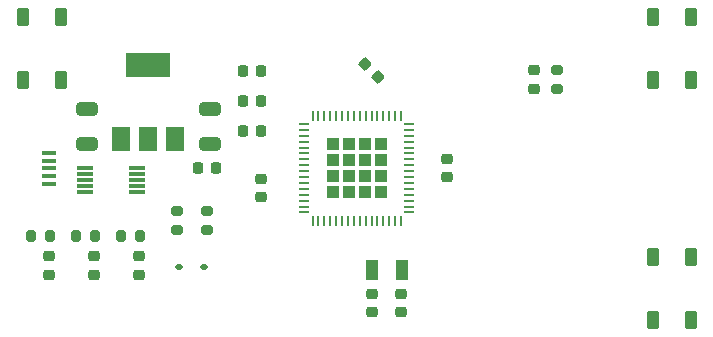
<source format=gbr>
%TF.GenerationSoftware,KiCad,Pcbnew,(7.0.0-rc1-156-g4c5a344629-dirty)*%
%TF.CreationDate,2023-03-04T11:45:47-08:00*%
%TF.ProjectId,powerpic-devboard,706f7765-7270-4696-932d-646576626f61,2.0*%
%TF.SameCoordinates,Original*%
%TF.FileFunction,Paste,Top*%
%TF.FilePolarity,Positive*%
%FSLAX46Y46*%
G04 Gerber Fmt 4.6, Leading zero omitted, Abs format (unit mm)*
G04 Created by KiCad (PCBNEW (7.0.0-rc1-156-g4c5a344629-dirty)) date 2023-03-04 11:45:47*
%MOMM*%
%LPD*%
G01*
G04 APERTURE LIST*
G04 Aperture macros list*
%AMRoundRect*
0 Rectangle with rounded corners*
0 $1 Rounding radius*
0 $2 $3 $4 $5 $6 $7 $8 $9 X,Y pos of 4 corners*
0 Add a 4 corners polygon primitive as box body*
4,1,4,$2,$3,$4,$5,$6,$7,$8,$9,$2,$3,0*
0 Add four circle primitives for the rounded corners*
1,1,$1+$1,$2,$3*
1,1,$1+$1,$4,$5*
1,1,$1+$1,$6,$7*
1,1,$1+$1,$8,$9*
0 Add four rect primitives between the rounded corners*
20,1,$1+$1,$2,$3,$4,$5,0*
20,1,$1+$1,$4,$5,$6,$7,0*
20,1,$1+$1,$6,$7,$8,$9,0*
20,1,$1+$1,$8,$9,$2,$3,0*%
G04 Aperture macros list end*
%ADD10R,1.500000X2.000000*%
%ADD11R,3.800000X2.000000*%
%ADD12RoundRect,0.225000X0.225000X0.250000X-0.225000X0.250000X-0.225000X-0.250000X0.225000X-0.250000X0*%
%ADD13RoundRect,0.112500X-0.187500X-0.112500X0.187500X-0.112500X0.187500X0.112500X-0.187500X0.112500X0*%
%ADD14RoundRect,0.200000X0.200000X0.275000X-0.200000X0.275000X-0.200000X-0.275000X0.200000X-0.275000X0*%
%ADD15RoundRect,0.218750X-0.256250X0.218750X-0.256250X-0.218750X0.256250X-0.218750X0.256250X0.218750X0*%
%ADD16RoundRect,0.250000X-0.295000X-0.295000X0.295000X-0.295000X0.295000X0.295000X-0.295000X0.295000X0*%
%ADD17RoundRect,0.062500X-0.350000X-0.062500X0.350000X-0.062500X0.350000X0.062500X-0.350000X0.062500X0*%
%ADD18RoundRect,0.062500X-0.062500X-0.350000X0.062500X-0.350000X0.062500X0.350000X-0.062500X0.350000X0*%
%ADD19RoundRect,0.200000X-0.275000X0.200000X-0.275000X-0.200000X0.275000X-0.200000X0.275000X0.200000X0*%
%ADD20RoundRect,0.225000X-0.250000X0.225000X-0.250000X-0.225000X0.250000X-0.225000X0.250000X0.225000X0*%
%ADD21RoundRect,0.200000X0.300000X-0.600000X0.300000X0.600000X-0.300000X0.600000X-0.300000X-0.600000X0*%
%ADD22R,1.400000X0.300000*%
%ADD23R,1.000000X1.800000*%
%ADD24RoundRect,0.218750X0.256250X-0.218750X0.256250X0.218750X-0.256250X0.218750X-0.256250X-0.218750X0*%
%ADD25RoundRect,0.200000X0.275000X-0.200000X0.275000X0.200000X-0.275000X0.200000X-0.275000X-0.200000X0*%
%ADD26RoundRect,0.250000X0.650000X-0.325000X0.650000X0.325000X-0.650000X0.325000X-0.650000X-0.325000X0*%
%ADD27R,1.250000X0.400000*%
%ADD28RoundRect,0.200000X-0.300000X0.600000X-0.300000X-0.600000X0.300000X-0.600000X0.300000X0.600000X0*%
%ADD29RoundRect,0.225000X0.250000X-0.225000X0.250000X0.225000X-0.250000X0.225000X-0.250000X-0.225000X0*%
%ADD30RoundRect,0.225000X0.335876X0.017678X0.017678X0.335876X-0.335876X-0.017678X-0.017678X-0.335876X0*%
G04 APERTURE END LIST*
D10*
%TO.C,U2*%
X73006999Y-96381999D03*
X70706999Y-96381999D03*
D11*
X70706999Y-90081999D03*
D10*
X68406999Y-96381999D03*
%TD*%
D12*
%TO.C,C7*%
X80245000Y-93105000D03*
X78695000Y-93105000D03*
%TD*%
D13*
%TO.C,D1*%
X73340000Y-107202000D03*
X75440000Y-107202000D03*
%TD*%
D14*
%TO.C,R6*%
X62388000Y-104535000D03*
X60738000Y-104535000D03*
%TD*%
D15*
%TO.C,LED4*%
X62325000Y-106287500D03*
X62325000Y-107862500D03*
%TD*%
D12*
%TO.C,C11*%
X76435000Y-98820000D03*
X74885000Y-98820000D03*
%TD*%
D16*
%TO.C,U1*%
X86335000Y-96795000D03*
X86335000Y-98145000D03*
X86335000Y-99495000D03*
X86335000Y-100845000D03*
X87685000Y-96795000D03*
X87685000Y-98145000D03*
X87685000Y-99495000D03*
X87685000Y-100845000D03*
X89035000Y-96795000D03*
X89035000Y-98145000D03*
X89035000Y-99495000D03*
X89035000Y-100845000D03*
X90385000Y-96795000D03*
X90385000Y-98145000D03*
X90385000Y-99495000D03*
X90385000Y-100845000D03*
D17*
X83922500Y-95070000D03*
X83922500Y-95570000D03*
X83922500Y-96070000D03*
X83922500Y-96570000D03*
X83922500Y-97070000D03*
X83922500Y-97570000D03*
X83922500Y-98070000D03*
X83922500Y-98570000D03*
X83922500Y-99070000D03*
X83922500Y-99570000D03*
X83922500Y-100070000D03*
X83922500Y-100570000D03*
X83922500Y-101070000D03*
X83922500Y-101570000D03*
X83922500Y-102070000D03*
X83922500Y-102570000D03*
D18*
X84610000Y-103257500D03*
X85110000Y-103257500D03*
X85610000Y-103257500D03*
X86110000Y-103257500D03*
X86610000Y-103257500D03*
X87110000Y-103257500D03*
X87610000Y-103257500D03*
X88110000Y-103257500D03*
X88610000Y-103257500D03*
X89110000Y-103257500D03*
X89610000Y-103257500D03*
X90110000Y-103257500D03*
X90610000Y-103257500D03*
X91110000Y-103257500D03*
X91610000Y-103257500D03*
X92110000Y-103257500D03*
D17*
X92797500Y-102570000D03*
X92797500Y-102070000D03*
X92797500Y-101570000D03*
X92797500Y-101070000D03*
X92797500Y-100570000D03*
X92797500Y-100070000D03*
X92797500Y-99570000D03*
X92797500Y-99070000D03*
X92797500Y-98570000D03*
X92797500Y-98070000D03*
X92797500Y-97570000D03*
X92797500Y-97070000D03*
X92797500Y-96570000D03*
X92797500Y-96070000D03*
X92797500Y-95570000D03*
X92797500Y-95070000D03*
D18*
X92110000Y-94382500D03*
X91610000Y-94382500D03*
X91110000Y-94382500D03*
X90610000Y-94382500D03*
X90110000Y-94382500D03*
X89610000Y-94382500D03*
X89110000Y-94382500D03*
X88610000Y-94382500D03*
X88110000Y-94382500D03*
X87610000Y-94382500D03*
X87110000Y-94382500D03*
X86610000Y-94382500D03*
X86110000Y-94382500D03*
X85610000Y-94382500D03*
X85110000Y-94382500D03*
X84610000Y-94382500D03*
%TD*%
D14*
%TO.C,R1*%
X68358000Y-104535000D03*
X70008000Y-104535000D03*
%TD*%
%TO.C,R2*%
X66198000Y-104535000D03*
X64548000Y-104535000D03*
%TD*%
D15*
%TO.C,LED1*%
X69945000Y-107862500D03*
X69945000Y-106287500D03*
%TD*%
%TO.C,LED2*%
X66135000Y-106287500D03*
X66135000Y-107862500D03*
%TD*%
D19*
%TO.C,R4*%
X73120000Y-104090000D03*
X73120000Y-102440000D03*
%TD*%
D20*
%TO.C,C4*%
X89630000Y-109475000D03*
X89630000Y-111025000D03*
%TD*%
D21*
%TO.C,SW1*%
X60090000Y-91310000D03*
X60090000Y-86010000D03*
X63290000Y-91310000D03*
X63290000Y-86010000D03*
%TD*%
D12*
%TO.C,C6*%
X80245000Y-95645000D03*
X78695000Y-95645000D03*
%TD*%
D22*
%TO.C,U3*%
X65331999Y-98819999D03*
X65331999Y-99319999D03*
X65331999Y-99819999D03*
X65331999Y-100319999D03*
X65331999Y-100819999D03*
X69731999Y-100819999D03*
X69731999Y-100319999D03*
X69731999Y-99819999D03*
X69731999Y-99319999D03*
X69731999Y-98819999D03*
%TD*%
D23*
%TO.C,Y1*%
X89649999Y-107455999D03*
X92149999Y-107455999D03*
%TD*%
D21*
%TO.C,SW3*%
X113430000Y-111630000D03*
X113430000Y-106330000D03*
X116630000Y-111630000D03*
X116630000Y-106330000D03*
%TD*%
D24*
%TO.C,LED3*%
X103371400Y-90539500D03*
X103371400Y-92114500D03*
%TD*%
D25*
%TO.C,R3*%
X105276400Y-90502000D03*
X105276400Y-92152000D03*
%TD*%
D26*
%TO.C,C9*%
X65500000Y-93838000D03*
X65500000Y-96788000D03*
%TD*%
D20*
%TO.C,C3*%
X92140000Y-109475000D03*
X92140000Y-111025000D03*
%TD*%
D27*
%TO.C,J5*%
X62282999Y-97519999D03*
X62282999Y-98169999D03*
X62282999Y-98819999D03*
X62282999Y-99469999D03*
X62282999Y-100119999D03*
%TD*%
D28*
%TO.C,SW2*%
X116630000Y-86010000D03*
X116630000Y-91310000D03*
X113430000Y-86010000D03*
X113430000Y-91310000D03*
%TD*%
D29*
%TO.C,C1*%
X80232000Y-101246000D03*
X80232000Y-99696000D03*
%TD*%
D30*
%TO.C,C5*%
X89081992Y-90016992D03*
X90178008Y-91113008D03*
%TD*%
D12*
%TO.C,C8*%
X80245000Y-90565000D03*
X78695000Y-90565000D03*
%TD*%
D29*
%TO.C,C2*%
X95980000Y-99595000D03*
X95980000Y-98045000D03*
%TD*%
D26*
%TO.C,C10*%
X75914000Y-93838000D03*
X75914000Y-96788000D03*
%TD*%
D19*
%TO.C,R5*%
X75660000Y-104090000D03*
X75660000Y-102440000D03*
%TD*%
M02*

</source>
